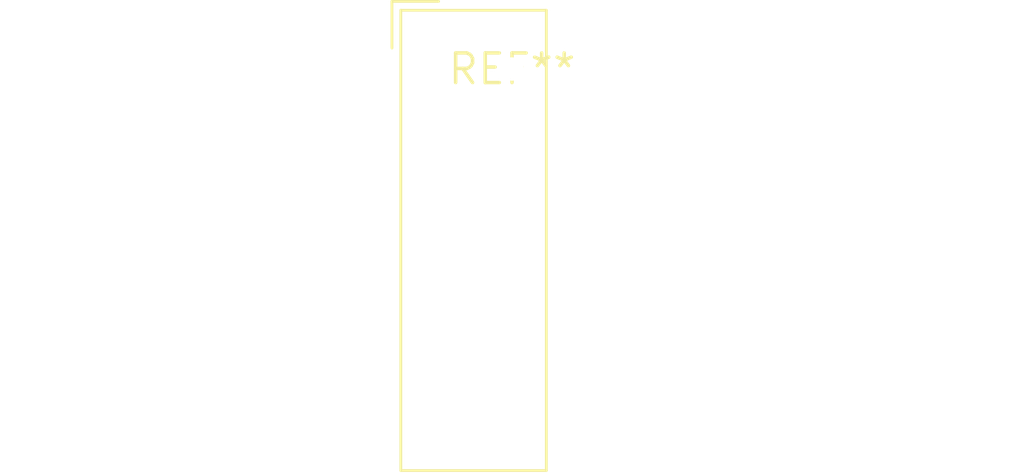
<source format=kicad_pcb>
(kicad_pcb (version 20240108) (generator pcbnew)
  (layers (0 "F.Cu" signal) (31 "B.Cu" signal) (34 "B.Paste" user) (35 "F.Paste" user) (36 "B.SilkS" user "B.Silkscreen") (37 "F.SilkS" user "F.Silkscreen") (38 "B.Mask" user) (39 "F.Mask" user) (44 "Edge.Cuts" user))
  (net 0 "")
  (footprint "Converter_DCDC_TRACO_TBA1-xxxxE_Dual_THT" (layer "F.Cu") (at 0 0)
    (property "Reference" "REF**")
    (property "Value" "Converter_DCDC_TRACO_TBA1-xxxxE_Dual_THT")
    (fp_line (start -5.15 -2.9) (end -3.15 -2.9) (layer "F.SilkS") (stroke (width 0.12)))
    (fp_line (start -5.15 -0.9) (end -5.15 -2.9) (layer "F.SilkS") (stroke (width 0.12)))
    (fp_line (start -4.77 -2.52) (end -4.77 17.22) (layer "F.SilkS") (stroke (width 0.12)))
    (fp_line (start -4.77 -2.52) (end 1.47 -2.52) (layer "F.SilkS") (stroke (width 0.12)))
    (fp_line (start -4.77 17.22) (end 1.47 17.22) (layer "F.SilkS") (stroke (width 0.12)))
    (fp_line (start 1.47 -2.52) (end 1.47 17.22) (layer "F.SilkS") (stroke (width 0.12)))
    (pad "1" thru_hole rect (at 0 0) (size 1.5 1.5) (drill 1) (layers *.Cu *.Mask) (remove_unused_layers))
    (pad "2" thru_hole circle (at 0 2.54) (size 1.5 1.5) (drill 1) (layers *.Cu *.Mask) (remove_unused_layers))
    (pad "4" thru_hole circle (at 0 7.62) (size 1.5 1.5) (drill 1) (layers *.Cu *.Mask) (remove_unused_layers))
    (pad "5" thru_hole circle (at 0 10.16) (size 1.5 1.5) (drill 1) (layers *.Cu *.Mask) (remove_unused_layers))
    (pad "6" thru_hole circle (at 0 12.7) (size 1.5 1.5) (drill 1) (layers *.Cu *.Mask) (remove_unused_layers))
  )
)
</source>
